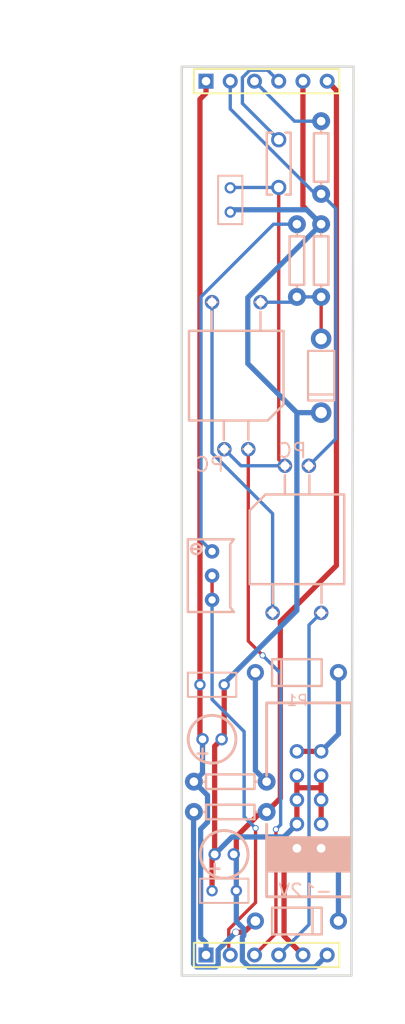
<source format=kicad_pcb>
(kicad_pcb (version 20171130) (host pcbnew "(5.1.5)-3") (page "A4") (layers (0 "F.Cu" signal) (31 "B.Cu" signal) (32 "B.Adhes" user) (33 "F.Adhes" user) (34 "B.Paste" user) (35 "F.Paste" user) (36 "B.SilkS" user) (37 "F.SilkS" user) (38 "B.Mask" user) (39 "F.Mask" user) (40 "Dwgs.User" user) (41 "Cmts.User" user) (42 "Eco1.User" user) (43 "Eco2.User" user) (44 "Edge.Cuts" user) (45 "Margin" user) (46 "B.CrtYd" user) (47 "F.CrtYd" user) (48 "B.Fab" user hide) (49 "F.Fab" user hide)) (net 0 "") (net 1 "+12V") (net 2 "-12V") (net 3 "AUDIOIN1") (net 4 "CVIN6") (net 5 "CVIN7") (net 6 "D2_1") (net 7 "D3_2") (net 8 "GND") (net 9 "P1_1") (net 10 "P1_5") (net 11 "R1_2") (net 12 "U1_2") (net 13 "U2_2") (net 14 "U2_4") (net 15 "VCA3") (net 16 "VCAOUT") (net 17 "VCF1") (segment (start 18.398 134.027) (end 21.215 131.211) (width 0.35) (layer "B.Cu") (net 16)) (segment (start 21.215 131.211) (end 21.215 107.067) (width 0.35) (layer "B.Cu") (net 16)) (segment (start 21.215 107.067) (end 19.685 105.537) (width 0.35) (layer "B.Cu") (net 16)) (segment (start 19.685 105.537) (end 19.067 105.537) (width 0.35) (layer "B.Cu") (net 16)) (segment (start 19.067 105.537) (end 10.16 96.63) (width 0.35) (layer "B.Cu") (net 16)) (segment (start 10.16 96.63) (end 10.16 93.726) (width 0.35) (layer "B.Cu") (net 16)) (segment (start 14.947 172.132) (end 15.442 171.637) (width 0.35) (layer "B.Cu") (net 3)) (segment (start 15.442 171.637) (end 15.442 155.787) (width 0.35) (layer "B.Cu") (net 3)) (segment (start 15.442 155.787) (end 13.556 153.9) (width 0.35) (layer "B.Cu") (net 3)) (segment (start 8.255 148.082) (end 8.255 158.52) (width 0.35) (layer "B.Cu") (net 4)) (segment (start 8.255 158.52) (end 11.615 161.88) (width 0.35) (layer "B.Cu") (net 4)) (segment (start 11.615 161.88) (end 11.615 170.806) (width 0.35) (layer "B.Cu") (net 4)) (segment (start 11.615 170.806) (end 12.813 172.004) (width 0.35) (layer "B.Cu") (net 4)) (segment (start 15.24 104.862) (end 10.2 104.862) (width 0.35) (layer "B.Cu") (net 14)) (segment (start 10.2 104.862) (end 10.16 104.902) (width 0.35) (layer "B.Cu") (net 14)) (segment (start 15.889 134.027) (end 11.277 134.027) (width 0.35) (layer "B.Cu") (net 14)) (segment (start 11.277 134.027) (end 9.542 132.292) (width 0.35) (layer "B.Cu") (net 14)) (segment (start 17.144 128.461) (end 17.144 149.194) (width 0.55) (layer "B.Cu") (net 8)) (segment (start 17.144 149.194) (end 9.525 156.813) (width 0.55) (layer "B.Cu") (net 8)) (segment (start 9.525 156.813) (end 9.525 156.972) (width 0.55) (layer "B.Cu") (net 8)) (segment (start 8.525 174.752) (end 10.354 172.923) (width 0.55) (layer "B.Cu") (net 8)) (segment (start 10.354 172.923) (end 15.799 172.923) (width 0.55) (layer "B.Cu") (net 8)) (segment (start 15.799 172.923) (end 17.145 171.577) (width 0.55) (layer "B.Cu") (net 8)) (segment (start 19.685 108.712) (end 11.999 116.398) (width 0.55) (layer "B.Cu") (net 8)) (segment (start 11.999 116.398) (end 11.999 123.316) (width 0.55) (layer "B.Cu") (net 8)) (segment (start 11.999 123.316) (end 17.144 128.461) (width 0.55) (layer "B.Cu") (net 8)) (segment (start 19.685 128.461) (end 17.144 128.461) (width 0.55) (layer "B.Cu") (net 8)) (segment (start 19.685 108.712) (end 18.173 107.2) (width 0.55) (layer "B.Cu") (net 8)) (segment (start 18.173 107.2) (end 10.402 107.2) (width 0.55) (layer "B.Cu") (net 8)) (segment (start 10.402 107.2) (end 10.16 107.442) (width 0.55) (layer "B.Cu") (net 8)) (segment (start 7.255 162.687) (end 7.255 166.227) (width 0.55) (layer "B.Cu") (net 1)) (segment (start 7.255 166.227) (end 6.35 167.132) (width 0.55) (layer "B.Cu") (net 1)) (segment (start 6.35 167.132) (end 7.78 168.562) (width 0.55) (layer "B.Cu") (net 1)) (segment (start 7.78 168.562) (end 7.78 171.38) (width 0.55) (layer "B.Cu") (net 1)) (segment (start 7.78 171.38) (end 7.057 172.103) (width 0.55) (layer "B.Cu") (net 1)) (segment (start 7.057 172.103) (end 7.057 183.478) (width 0.55) (layer "B.Cu") (net 1)) (segment (start 7.057 183.478) (end 7.62 184.04) (width 0.55) (layer "B.Cu") (net 1)) (segment (start 7.62 185.293) (end 7.62 184.04) (width 0.55) (layer "B.Cu") (net 1)) (segment (start 20.32 185.293) (end 19.067 186.546) (width 0.55) (layer "B.Cu") (net 2)) (segment (start 19.067 186.546) (end 12.108 186.546) (width 0.55) (layer "B.Cu") (net 2)) (segment (start 12.108 186.546) (end 11.429 185.867) (width 0.55) (layer "B.Cu") (net 2)) (segment (start 11.429 185.867) (end 11.429 183.418) (width 0.55) (layer "B.Cu") (net 2)) (segment (start 11.429 183.418) (end 11.582 183.265) (width 0.55) (layer "B.Cu") (net 2)) (segment (start 11.582 183.265) (end 11.582 182.568) (width 0.55) (layer "B.Cu") (net 2)) (segment (start 11.582 182.568) (end 10.795 181.781) (width 0.55) (layer "B.Cu") (net 2)) (segment (start 10.795 181.781) (end 10.795 178.562) (width 0.55) (layer "B.Cu") (net 2)) (segment (start 10.525 174.752) (end 10.795 175.022) (width 0.55) (layer "B.Cu") (net 2)) (segment (start 10.795 175.022) (end 10.795 178.562) (width 0.55) (layer "B.Cu") (net 2)) (segment (start 19.685 116.332) (end 17.145 116.332) (width 0.35) (layer "B.Cu") (net 12)) (segment (start 13.34 116.887) (end 16.59 116.887) (width 0.35) (layer "B.Cu") (net 12)) (segment (start 16.59 116.887) (end 17.145 116.332) (width 0.35) (layer "B.Cu") (net 12)) (segment (start 19.685 163.957) (end 21.495 162.147) (width 0.55) (layer "B.Cu") (net 9)) (segment (start 21.495 162.147) (end 21.495 155.702) (width 0.55) (layer "B.Cu") (net 9)) (segment (start 19.685 174.117) (end 21.495 175.927) (width 0.55) (layer "B.Cu") (net 10)) (segment (start 21.495 175.927) (end 21.495 181.737) (width 0.55) (layer "B.Cu") (net 10)) (segment (start 6.35 170.307) (end 6.317 170.34) (width 0.55) (layer "B.Cu") (net 7)) (segment (start 6.317 170.34) (end 6.317 186.223) (width 0.55) (layer "B.Cu") (net 7)) (segment (start 6.317 186.223) (end 6.64 186.546) (width 0.55) (layer "B.Cu") (net 7)) (segment (start 6.64 186.546) (end 8.645 186.546) (width 0.55) (layer "B.Cu") (net 7)) (segment (start 8.645 186.546) (end 8.892 186.298) (width 0.55) (layer "B.Cu") (net 7)) (segment (start 8.892 186.298) (end 8.892 184.766) (width 0.55) (layer "B.Cu") (net 7)) (segment (start 8.892 184.766) (end 10.742 182.917) (width 0.55) (layer "B.Cu") (net 7)) (segment (start 19.685 97.917) (end 16.891 97.917) (width 0.35) (layer "B.Cu") (net 15)) (segment (start 16.891 97.917) (end 12.7 93.726) (width 0.35) (layer "B.Cu") (net 15)) (segment (start 19.69 149.437) (end 18.415 150.711) (width 0.35) (layer "B.Cu") (net 5)) (segment (start 18.415 150.711) (end 18.415 182.118) (width 0.35) (layer "B.Cu") (net 5)) (segment (start 18.415 182.118) (end 15.24 185.293) (width 0.35) (layer "B.Cu") (net 5)) (segment (start 14.6 149.432) (end 14.6 139.047) (width 0.35) (layer "B.Cu") (net 13)) (segment (start 14.6 139.047) (end 8.25 132.697) (width 0.35) (layer "B.Cu") (net 13)) (segment (start 8.25 132.697) (end 8.25 116.882) (width 0.35) (layer "B.Cu") (net 13)) (segment (start 15.24 93.726) (end 14.088 92.574) (width 0.35) (layer "B.Cu") (net 17)) (segment (start 14.088 92.574) (end 12.205 92.574) (width 0.35) (layer "B.Cu") (net 17)) (segment (start 12.205 92.574) (end 11.43 93.349) (width 0.35) (layer "B.Cu") (net 17)) (segment (start 11.43 93.349) (end 11.43 96.052) (width 0.35) (layer "B.Cu") (net 17)) (segment (start 11.43 96.052) (end 15.24 99.862) (width 0.35) (layer "B.Cu") (net 17)) (segment (start 8.255 143.002) (end 7.087 141.834) (width 0.35) (layer "B.Cu") (net 11)) (segment (start 7.087 141.834) (end 7.087 116.325) (width 0.35) (layer "B.Cu") (net 11)) (segment (start 7.087 116.325) (end 14.699 108.712) (width 0.35) (layer "B.Cu") (net 11)) (segment (start 14.699 108.712) (end 17.145 108.712) (width 0.35) (layer "B.Cu") (net 11)) (segment (start 13.97 167.132) (end 12.795 165.957) (width 0.55) (layer "B.Cu") (net 6)) (segment (start 12.795 165.957) (end 12.795 155.702) (width 0.55) (layer "B.Cu") (net 6)) (gr_line (start 5.08 92.202) (end 23.08 92.202) (width 0.254) (layer "Edge.Cuts")) (gr_line (start 23.08 92.202) (end 22.86 187.452) (width 0.254) (layer "Edge.Cuts")) (gr_line (start 22.86 187.452) (end 5.08 187.452) (width 0.254) (layer "Edge.Cuts")) (gr_line (start 5.08 187.452) (end 5.08 92.202) (width 0.254) (layer "Edge.Cuts")) (segment (start 13.556 153.9) (end 12.051 152.395) (width 0.35) (layer "F.Cu") (net 3)) (segment (start 12.051 152.395) (end 12.051 132.292) (width 0.35) (layer "F.Cu") (net 3)) (segment (start 12.7 185.293) (end 14.947 183.046) (width 0.35) (layer "F.Cu") (net 3)) (segment (start 14.947 183.046) (end 14.947 172.132) (width 0.35) (layer "F.Cu") (net 3)) (segment (start 12.813 172.004) (end 12.813 179.8) (width 0.35) (layer "F.Cu") (net 4)) (segment (start 12.813 179.8) (end 10.002 182.61) (width 0.35) (layer "F.Cu") (net 4)) (segment (start 10.002 182.61) (end 10.002 185.135) (width 0.35) (layer "F.Cu") (net 4)) (segment (start 10.002 185.135) (end 10.16 185.293) (width 0.35) (layer "F.Cu") (net 4)) (segment (start 8.255 148.082) (end 8.255 145.542) (width 0.35) (layer "F.Cu") (net 4)) (segment (start 15.24 104.862) (end 15.24 133.378) (width 0.35) (layer "F.Cu") (net 14)) (segment (start 15.24 133.378) (end 15.889 134.027) (width 0.35) (layer "F.Cu") (net 14)) (segment (start 8.525 174.752) (end 8.525 163.417) (width 0.55) (layer "F.Cu") (net 8)) (segment (start 8.525 163.417) (end 9.255 162.687) (width 0.55) (layer "F.Cu") (net 8)) (segment (start 8.255 178.562) (end 8.255 175.022) (width 0.55) (layer "F.Cu") (net 8)) (segment (start 8.255 175.022) (end 8.525 174.752) (width 0.55) (layer "F.Cu") (net 8)) (segment (start 17.78 93.726) (end 17.78 106.807) (width 0.55) (layer "F.Cu") (net 8)) (segment (start 17.78 106.807) (end 19.685 108.712) (width 0.55) (layer "F.Cu") (net 8)) (segment (start 9.255 162.687) (end 9.525 162.417) (width 0.55) (layer "F.Cu") (net 8)) (segment (start 9.525 162.417) (end 9.525 156.972) (width 0.55) (layer "F.Cu") (net 8)) (segment (start 17.145 171.577) (end 15.799 172.923) (width 0.55) (layer "F.Cu") (net 8)) (segment (start 15.799 172.923) (end 15.799 183.312) (width 0.55) (layer "F.Cu") (net 8)) (segment (start 15.799 183.312) (end 17.78 185.293) (width 0.55) (layer "F.Cu") (net 8)) (segment (start 17.145 169.037) (end 17.145 171.577) (width 0.55) (layer "F.Cu") (net 8)) (segment (start 17.145 167.767) (end 17.145 166.497) (width 0.55) (layer "F.Cu") (net 8)) (segment (start 17.145 169.037) (end 17.145 167.767) (width 0.55) (layer "F.Cu") (net 8)) (segment (start 19.685 167.767) (end 19.685 166.497) (width 0.55) (layer "F.Cu") (net 8)) (segment (start 19.685 169.037) (end 19.685 167.767) (width 0.55) (layer "F.Cu") (net 8)) (segment (start 19.685 167.767) (end 17.145 167.767) (width 0.55) (layer "F.Cu") (net 8)) (segment (start 19.685 171.577) (end 19.685 169.037) (width 0.55) (layer "F.Cu") (net 8)) (segment (start 7.62 93.726) (end 7.62 94.979) (width 0.55) (layer "F.Cu") (net 1)) (segment (start 7.62 94.979) (end 6.985 95.614) (width 0.55) (layer "F.Cu") (net 1)) (segment (start 6.985 95.614) (end 6.985 156.972) (width 0.55) (layer "F.Cu") (net 1)) (segment (start 7.255 162.687) (end 6.985 162.417) (width 0.55) (layer "F.Cu") (net 1)) (segment (start 6.985 162.417) (end 6.985 156.972) (width 0.55) (layer "F.Cu") (net 1)) (segment (start 13.97 170.307) (end 13.392 170.307) (width 0.55) (layer "F.Cu") (net 2)) (segment (start 13.392 170.307) (end 10.795 172.904) (width 0.55) (layer "F.Cu") (net 2)) (segment (start 10.795 172.904) (end 10.795 178.562) (width 0.55) (layer "F.Cu") (net 2)) (segment (start 20.32 93.726) (end 21.286 94.692) (width 0.55) (layer "F.Cu") (net 2)) (segment (start 21.286 94.692) (end 21.286 144.482) (width 0.55) (layer "F.Cu") (net 2)) (segment (start 21.286 144.482) (end 15.408 150.36) (width 0.55) (layer "F.Cu") (net 2)) (segment (start 15.408 150.36) (end 15.408 168.869) (width 0.55) (layer "F.Cu") (net 2)) (segment (start 15.408 168.869) (end 13.97 170.307) (width 0.55) (layer "F.Cu") (net 2)) (segment (start 19.685 116.332) (end 19.685 120.714) (width 0.35) (layer "F.Cu") (net 12)) (segment (start 17.145 163.957) (end 19.685 163.957) (width 0.55) (layer "F.Cu") (net 9)) (segment (start 17.145 174.117) (end 19.685 174.117) (width 0.55) (layer "F.Cu") (net 10)) (segment (start 10.742 182.917) (end 11.615 182.917) (width 0.55) (layer "F.Cu") (net 7)) (segment (start 11.615 182.917) (end 12.795 181.737) (width 0.55) (layer "F.Cu") (net 7)) (module "easyeda:HDR-F-2.54_1X6" (layer "F.Cu") (at 12.7 93.726) (fp_text value "TOP" (at -0.635 3.556 0) (layer "F.Fab") (effects (font (size 1.143 1.143) (thickness 0.152)) (justify left))) (fp_text reference "H1" (at 1.016 -1.524 0) (layer "F.SilkS") hide (effects (font (size 1.143 1.143) (thickness 0.152)) (justify left))) (fp_line (start -4.445 -1.27) (end -6.35 -1.27) (width 0.203) (layer "F.SilkS")) (fp_line (start -6.35 -1.27) (end -6.35 1.27) (width 0.203) (layer "F.SilkS")) (fp_line (start -6.35 1.27) (end 8.89 1.27) (width 0.203) (layer "F.SilkS")) (fp_line (start 8.89 1.27) (end 8.89 -1.27) (width 0.203) (layer "F.SilkS")) (fp_line (start 8.89 -1.27) (end -4.445 -1.27) (width 0.203) (layer "F.SilkS")) (pad 6 thru_hole circle (at 7.62 0 0) (size 1.575 1.575) (layers "*.Cu" "*.Paste" "*.Mask") (drill 0.889) (net 2 "-12V")) (pad 5 thru_hole circle (at 5.08 0 0) (size 1.575 1.575) (layers "*.Cu" "*.Paste" "*.Mask") (drill 0.889) (net 8 "GND")) (pad 4 thru_hole circle (at 2.54 0 0) (size 1.575 1.575) (layers "*.Cu" "*.Paste" "*.Mask") (drill 0.889) (net 17 "VCF1")) (pad 3 thru_hole circle (at 0 0 0) (size 1.575 1.575) (layers "*.Cu" "*.Paste" "*.Mask") (drill 0.889) (net 15 "VCA3")) (pad 2 thru_hole circle (at -2.54 0 0) (size 1.575 1.575) (layers "*.Cu" "*.Paste" "*.Mask") (drill 0.889) (net 16 "VCAOUT")) (pad 1 thru_hole rect (at -5.08 0 0) (size 1.575 1.575) (layers "*.Cu" "*.Paste" "*.Mask") (drill 0.889) (net 1 "+12V")) (fp_text user ggecd41b2f2be106d36 (at 0 0) (layer "Cmts.User") (effects (font (size 1 1) (thickness 0.15))))) (module "easyeda:HDR-F-2.54_1X6" (layer "F.Cu") (at 12.7 185.293) (fp_text value "BOT" (at -6.35 -1.651 0) (layer "F.Fab") (effects (font (size 1.143 1.143) (thickness 0.152)) (justify left))) (fp_text reference "H2" (at 1.016 -1.524 0) (layer "F.SilkS") hide (effects (font (size 1.143 1.143) (thickness 0.152)) (justify left))) (fp_line (start -4.445 -1.27) (end -6.35 -1.27) (width 0.203) (layer "F.SilkS")) (fp_line (start -6.35 -1.27) (end -6.35 1.27) (width 0.203) (layer "F.SilkS")) (fp_line (start -6.35 1.27) (end 8.89 1.27) (width 0.203) (layer "F.SilkS")) (fp_line (start 8.89 1.27) (end 8.89 -1.27) (width 0.203) (layer "F.SilkS")) (fp_line (start 8.89 -1.27) (end -4.445 -1.27) (width 0.203) (layer "F.SilkS")) (pad 6 thru_hole circle (at 7.62 0 0) (size 1.575 1.575) (layers "*.Cu" "*.Paste" "*.Mask") (drill 0.889) (net 2 "-12V")) (pad 5 thru_hole circle (at 5.08 0 0) (size 1.575 1.575) (layers "*.Cu" "*.Paste" "*.Mask") (drill 0.889) (net 8 "GND")) (pad 4 thru_hole circle (at 2.54 0 0) (size 1.575 1.575) (layers "*.Cu" "*.Paste" "*.Mask") (drill 0.889) (net 5 "CVIN7")) (pad 3 thru_hole circle (at 0 0 0) (size 1.575 1.575) (layers "*.Cu" "*.Paste" "*.Mask") (drill 0.889) (net 3 "AUDIOIN1")) (pad 2 thru_hole circle (at -2.54 0 0) (size 1.575 1.575) (layers "*.Cu" "*.Paste" "*.Mask") (drill 0.889) (net 4 "CVIN6")) (pad 1 thru_hole rect (at -5.08 0 0) (size 1.575 1.575) (layers "*.Cu" "*.Paste" "*.Mask") (drill 0.889) (net 1 "+12V")) (fp_text user gged88125c42bf6238d (at 0 0) (layer "Cmts.User") (effects (font (size 1 1) (thickness 0.15))))) (zone (net 8) (net_name "GND") (layer "F.Cu") (hatch edge 0.508) (connect_pads (clearance 0.254)) (polygon (pts (xy -4.445 85.217) (xy 17.145 85.217) (xy 19.05 87.122) (xy 26.035 87.122) (xy 27.94 89.027) (xy 27.94 189.357) (xy 24.765 192.532) (xy -7.62 192.532) (xy -13.97 186.182)))) (module "easyeda:RAD-0.1" (layer "F.Cu") (at 10.16 106.172 90) (fp_text value "220pf" (at -1.905 1.905 -90) (layer "B.Fab") (effects (font (size 0.9 0.9) (thickness 0.152)) (justify left mirror))) (fp_text reference "C1" (at 0.229 -1.854 90) (layer "B.SilkS") hide (effects (font (size 1.143 1.143) (thickness 0.152)) (justify left mirror))) (fp_line (start -2.537 -1.267) (end 2.543 -1.267) (width 0.201) (layer "B.SilkS")) (fp_line (start 2.543 -1.267) (end 2.543 1.273) (width 0.201) (layer "B.SilkS")) (fp_line (start 2.543 1.273) (end -2.537 1.273) (width 0.201) (layer "B.SilkS")) (fp_line (start -2.537 1.273) (end -2.537 -1.267) (width 0.201) (layer "B.SilkS")) (pad 1 thru_hole circle (at 1.27 0 90) (size 1.194 1.194) (layers "*.Cu" "*.Paste" "*.Mask") (drill 0.711) (net 14 "U2_4")) (pad 2 thru_hole circle (at -1.27 0 90) (size 1.194 1.194) (layers "*.Cu" "*.Paste" "*.Mask") (drill 0.711) (net 8 "GND")) (fp_text user gge0473325eaa024598 (at 0 0) (layer "Cmts.User") (effects (font (size 1 1) (thickness 0.15))))) (module "easyeda:RAD-0.1" (layer "F.Cu") (at 8.255 156.972 0) (fp_text value "0.1uf" (at -1.27 1.27 180) (layer "B.Fab") (effects (font (size 0.9 0.9) (thickness 0.152)) (justify left mirror))) (fp_text reference "C4" (at 0.229 -1.854 0) (layer "B.SilkS") hide (effects (font (size 1.143 1.143) (thickness 0.152)) (justify left mirror))) (fp_line (start -2.537 -1.267) (end 2.543 -1.267) (width 0.201) (layer "B.SilkS")) (fp_line (start 2.543 -1.267) (end 2.543 1.273) (width 0.201) (layer "B.SilkS")) (fp_line (start 2.543 1.273) (end -2.537 1.273) (width 0.201) (layer "B.SilkS")) (fp_line (start -2.537 1.273) (end -2.537 -1.267) (width 0.201) (layer "B.SilkS")) (pad 1 thru_hole circle (at 1.27 0 0) (size 1.194 1.194) (layers "*.Cu" "*.Paste" "*.Mask") (drill 0.711) (net 8 "GND")) (pad 2 thru_hole circle (at -1.27 0 0) (size 1.194 1.194) (layers "*.Cu" "*.Paste" "*.Mask") (drill 0.711) (net 1 "+12V")) (fp_text user ggec555e2c5e1a016c3 (at 0 0) (layer "Cmts.User") (effects (font (size 1 1) (thickness 0.15))))) (module "easyeda:RAD-0.1" (layer "F.Cu") (at 9.525 178.562 0) (fp_text value "0.1uf" (at -1.443 -2.822 180) (layer "B.Fab") (effects (font (size 0.9 0.9) (thickness 0.152)) (justify left mirror))) (fp_text reference "C6" (at 0.229 -1.854 0) (layer "B.SilkS") hide (effects (font (size 1.143 1.143) (thickness 0.152)) (justify left mirror))) (fp_line (start -2.537 -1.267) (end 2.543 -1.267) (width 0.201) (layer "B.SilkS")) (fp_line (start 2.543 -1.267) (end 2.543 1.273) (width 0.201) (layer "B.SilkS")) (fp_line (start 2.543 1.273) (end -2.537 1.273) (width 0.201) (layer "B.SilkS")) (fp_line (start -2.537 1.273) (end -2.537 -1.267) (width 0.201) (layer "B.SilkS")) (pad 1 thru_hole circle (at 1.27 0 0) (size 1.194 1.194) (layers "*.Cu" "*.Paste" "*.Mask") (drill 0.711) (net 2 "-12V")) (pad 2 thru_hole circle (at -1.27 0 0) (size 1.194 1.194) (layers "*.Cu" "*.Paste" "*.Mask") (drill 0.711) (net 8 "GND")) (fp_text user gged67a582f847c1646 (at 0 0) (layer "Cmts.User") (effects (font (size 1 1) (thickness 0.15))))) (module "easyeda:CAP-TH_L6.5-W2.5-P5.00-D1.0" (layer "F.Cu") (at 15.24 102.362 -90) (fp_text value "4.7nF" (at 1.905 -1.27 -90) (layer "B.Fab") (effects (font (size 0.9 0.9) (thickness 0.152)) (justify left mirror))) (fp_text reference "C8" (at 0.055 -1.778 -90) (layer "B.SilkS") hide (effects (font (size 1.143 1.143) (thickness 0.152)) (justify left mirror))) (fp_line (start -3.25 1.25) (end 3.25 1.25) (width 0.254) (layer "B.SilkS")) (fp_line (start 3.25 -1.25) (end -3.25 -1.25) (width 0.254) (layer "B.SilkS")) (fp_line (start 3.25 -1.25) (end 3.25 -0.706) (width 0.254) (layer "B.SilkS")) (fp_line (start 3.25 0.706) (end 3.25 1.25) (width 0.254) (layer "B.SilkS")) (fp_line (start -3.25 -1.25) (end -3.25 -0.707) (width 0.254) (layer "B.SilkS")) (fp_line (start -3.25 0.707) (end -3.25 1.25) (width 0.254) (layer "B.SilkS")) (pad 2 thru_hole circle (at -2.5 0 -90) (size 1.6 1.6) (layers "*.Cu" "*.Paste" "*.Mask") (drill 1) (net 17 "VCF1")) (pad 1 thru_hole circle (at 2.5 0 -90) (size 1.6 1.6) (layers "*.Cu" "*.Paste" "*.Mask") (drill 1) (net 14 "U2_4")) (fp_text user gge102ff1000ff773d2 (at 0 0) (layer "Cmts.User") (effects (font (size 1 1) (thickness 0.15))))) (module "easyeda:DO-41" (layer "F.Cu") (at 19.685 124.587 90) (fp_text value "1N4730A" (at -2.54 1.905 -90) (layer "B.Fab") (effects (font (size 0.9 0.9) (thickness 0.152)) (justify left mirror))) (fp_text reference "D1" (at 0.063 -1.778 90) (layer "B.SilkS") hide (effects (font (size 1.143 1.143) (thickness 0.152)) (justify left mirror))) (fp_line (start 2.603 -1.372) (end -2.603 -1.372) (width 0.229) (layer "B.SilkS")) (fp_line (start -2.603 -1.372) (end -2.603 1.372) (width 0.229) (layer "B.SilkS")) (fp_line (start -2.603 1.372) (end 2.603 1.372) (width 0.229) (layer "B.SilkS")) (fp_line (start 2.603 1.372) (end 2.603 -1.372) (width 0.229) (layer "B.SilkS")) (fp_line (start -1.968 -1.372) (end -1.968 1.372) (width 0.229) (layer "B.SilkS")) (pad 1 thru_hole circle (at 3.873 0 90) (size 2.159 2.159) (layers "*.Cu" "*.Paste" "*.Mask") (drill 1.2) (net 12 "U1_2")) (pad 2 thru_hole circle (at -3.874 0 90) (size 2.159 2.159) (layers "*.Cu" "*.Paste" "*.Mask") (drill 1.2) (net 8 "GND")) (fp_text user gge809aa9c2e1a6126f (at 0 0) (layer "Cmts.User") (effects (font (size 1 1) (thickness 0.15))))) (module "easyeda:DO-41_BD2.4-L4.7-P8.70-D0.9-RD" (layer "F.Cu") (at 17.145 155.702 180) (fp_text value "1N5819" (at 1.468 0.323 180) (layer "B.Fab") (effects (font (size 0.9 0.9) (thickness 0.152)) (justify left mirror))) (fp_text reference "D2" (at 0.063 -2.794 180) (layer "B.SilkS") hide (effects (font (size 1.143 1.143) (thickness 0.152)) (justify left mirror))) (fp_poly (pts (xy -3.415 -1.759) (xy -5.193 -1.759) (xy -5.193 -1.251) (xy -3.415 -1.251)) (layer "Cmts.User") (width 0)) (fp_poly (pts (xy -4.045 -0.593) (xy -4.045 -2.371) (xy -4.553 -2.371) (xy -4.553 -0.593)) (layer "Cmts.User") (width 0)) (fp_poly (pts (xy 5.102 -1.451) (xy 3.324 -1.451) (xy 3.324 -0.943) (xy 5.102 -0.943)) (layer "Cmts.User") (width 0)) (fp_line (start 2.6 -1.4) (end -2.6 -1.4) (width 0.254) (layer "B.SilkS")) (fp_line (start -2.6 -1.4) (end -2.6 1.4) (width 0.254) (layer "B.SilkS")) (fp_line (start 2.6 1.4) (end -2.6 1.4) (width 0.254) (layer "B.SilkS")) (fp_line (start 2.6 -1.4) (end 2.6 1.4) (width 0.254) (layer "B.SilkS")) (fp_line (start 1.641 -1.4) (end 1.641 1.4) (width 0.254) (layer "B.SilkS")) (pad 1 thru_hole circle (at 4.35 0 180) (size 1.8 1.8) (layers "*.Cu" "*.Paste" "*.Mask") (drill 1) (net 6 "D2_1")) (pad 2 thru_hole circle (at -4.35 0 180) (size 1.8 1.8) (layers "*.Cu" "*.Paste" "*.Mask") (drill 1) (net 9 "P1_1")) (fp_text user gge6ce2e1925839ddc9 (at 0 0) (layer "Cmts.User") (effects (font (size 1 1) (thickness 0.15))))) (module "easyeda:DO-41_BD2.4-L4.7-P8.70-D0.9-RD" (layer "F.Cu") (at 17.145 181.737 0) (fp_text value "1N5819" (at -2.391 -0.46 180) (layer "B.Fab") (effects (font (size 0.9 0.9) (thickness 0.152)) (justify left mirror))) (fp_text reference "D3" (at 0.064 -2.794 0) (layer "B.SilkS") hide (effects (font (size 1.143 1.143) (thickness 0.152)) (justify left mirror))) (fp_poly (pts (xy -3.415 -1.759) (xy -5.193 -1.759) (xy -5.193 -1.251) (xy -3.415 -1.251)) (layer "Cmts.User") (width 0)) (fp_poly (pts (xy -4.045 -0.593) (xy -4.045 -2.371) (xy -4.553 -2.371) (xy -4.553 -0.593)) (layer "Cmts.User") (width 0)) (fp_poly (pts (xy 5.102 -1.451) (xy 3.324 -1.451) (xy 3.324 -0.943) (xy 5.102 -0.943)) (layer "Cmts.User") (width 0)) (fp_line (start 2.6 -1.4) (end -2.6 -1.4) (width 0.254) (layer "B.SilkS")) (fp_line (start -2.6 -1.4) (end -2.6 1.4) (width 0.254) (layer "B.SilkS")) (fp_line (start 2.6 1.4) (end -2.6 1.4) (width 0.254) (layer "B.SilkS")) (fp_line (start 2.6 -1.4) (end 2.6 1.4) (width 0.254) (layer "B.SilkS")) (fp_line (start 1.641 -1.4) (end 1.641 1.4) (width 0.254) (layer "B.SilkS")) (pad 1 thru_hole circle (at 4.35 0 0) (size 1.8 1.8) (layers "*.Cu" "*.Paste" "*.Mask") (drill 1) (net 10 "P1_5")) (pad 2 thru_hole circle (at -4.35 0 0) (size 1.8 1.8) (layers "*.Cu" "*.Paste" "*.Mask") (drill 1) (net 7 "D3_2")) (fp_text user gge06abbdf77baf9c4e (at 0 0) (layer "Cmts.User") (effects (font (size 1 1) (thickness 0.15))))) (module "easyeda:AXIAL-0.3EZ" (layer "F.Cu") (at 17.145 112.522 -90) (fp_text value "33k" (at 1.044 0.371 -90) (layer "B.Fab") (effects (font (size 0.9 0.9) (thickness 0.152)) (justify left mirror))) (fp_text reference "R1" (at 0 -1.524 -90) (layer "B.SilkS") hide (effects (font (size 1.143 1.143) (thickness 0.152)) (justify left mirror))) (fp_line (start 2.54 -0.762) (end -2.54 -0.762) (width 0.254) (layer "B.SilkS")) (fp_line (start -2.54 -0.762) (end -2.54 0) (width 0.254) (layer "B.SilkS")) (fp_line (start -2.54 0) (end -2.54 0.762) (width 0.254) (layer "B.SilkS")) (fp_line (start -2.54 0.762) (end 2.54 0.762) (width 0.254) (layer "B.SilkS")) (fp_line (start 2.54 0.762) (end 2.54 0) (width 0.254) (layer "B.SilkS")) (fp_line (start 2.54 0) (end 2.54 -0.762) (width 0.254) (layer "B.SilkS")) (fp_line (start -2.54 0) (end -2.794 0) (width 0.254) (layer "B.SilkS")) (fp_line (start 2.54 0) (end 2.794 0) (width 0.254) (layer "B.SilkS")) (pad 1 thru_hole circle (at 3.81 0 -90) (size 1.88 1.88) (layers "*.Cu" "*.Paste" "*.Mask") (drill 0.899) (net 12 "U1_2")) (pad 2 thru_hole circle (at -3.81 0 -90) (size 1.88 1.88) (layers "*.Cu" "*.Paste" "*.Mask") (drill 0.899) (net 11 "R1_2")) (fp_text user ggefe633e5b81dd509f (at 0 0) (layer "Cmts.User") (effects (font (size 1 1) (thickness 0.15))))) (module "easyeda:AXIAL-0.3EZ" (layer "F.Cu") (at 19.685 112.522 90) (fp_text value "100k" (at -1.567 -0.587 -90) (layer "B.Fab") (effects (font (size 0.9 0.9) (thickness 0.152)) (justify left mirror))) (fp_text reference "R2" (at 0 -1.524 90) (layer "B.SilkS") hide (effects (font (size 1.143 1.143) (thickness 0.152)) (justify left mirror))) (fp_line (start 2.54 -0.762) (end -2.54 -0.762) (width 0.254) (layer "B.SilkS")) (fp_line (start -2.54 -0.762) (end -2.54 0) (width 0.254) (layer "B.SilkS")) (fp_line (start -2.54 0) (end -2.54 0.762) (width 0.254) (layer "B.SilkS")) (fp_line (start -2.54 0.762) (end 2.54 0.762) (width 0.254) (layer "B.SilkS")) (fp_line (start 2.54 0.762) (end 2.54 0) (width 0.254) (layer "B.SilkS")) (fp_line (start 2.54 0) (end 2.54 -0.762) (width 0.254) (layer "B.SilkS")) (fp_line (start -2.54 0) (end -2.794 0) (width 0.254) (layer "B.SilkS")) (fp_line (start 2.54 0) (end 2.794 0) (width 0.254) (layer "B.SilkS")) (pad 1 thru_hole circle (at 3.81 0 90) (size 1.88 1.88) (layers "*.Cu" "*.Paste" "*.Mask") (drill 0.899) (net 8 "GND")) (pad 2 thru_hole circle (at -3.81 0 90) (size 1.88 1.88) (layers "*.Cu" "*.Paste" "*.Mask") (drill 0.899) (net 12 "U1_2")) (fp_text user gge0916dde4bf79eb19 (at 0 0) (layer "Cmts.User") (effects (font (size 1 1) (thickness 0.15))))) (module "easyeda:AXIAL-0.3EZ" (layer "F.Cu") (at 19.685 101.727 -90) (fp_text value "10k" (at 1.044 0.371 -90) (layer "B.Fab") (effects (font (size 0.9 0.9) (thickness 0.152)) (justify left mirror))) (fp_text reference "R3" (at 0 -1.524 -90) (layer "B.SilkS") hide (effects (font (size 1.143 1.143) (thickness 0.152)) (justify left mirror))) (fp_line (start 2.54 -0.762) (end -2.54 -0.762) (width 0.254) (layer "B.SilkS")) (fp_line (start -2.54 -0.762) (end -2.54 0) (width 0.254) (layer "B.SilkS")) (fp_line (start -2.54 0) (end -2.54 0.762) (width 0.254) (layer "B.SilkS")) (fp_line (start -2.54 0.762) (end 2.54 0.762) (width 0.254) (layer "B.SilkS")) (fp_line (start 2.54 0.762) (end 2.54 0) (width 0.254) (layer "B.SilkS")) (fp_line (start 2.54 0) (end 2.54 -0.762) (width 0.254) (layer "B.SilkS")) (fp_line (start -2.54 0) (end -2.794 0) (width 0.254) (layer "B.SilkS")) (fp_line (start 2.54 0) (end 2.794 0) (width 0.254) (layer "B.SilkS")) (pad 1 thru_hole circle (at 3.81 0 -90) (size 1.88 1.88) (layers "*.Cu" "*.Paste" "*.Mask") (drill 0.899) (net 16 "VCAOUT")) (pad 2 thru_hole circle (at -3.81 0 -90) (size 1.88 1.88) (layers "*.Cu" "*.Paste" "*.Mask") (drill 0.899) (net 15 "VCA3")) (fp_text user gge7ad14492f43c6367 (at 0 0) (layer "Cmts.User") (effects (font (size 1 1) (thickness 0.15))))) (module "easyeda:AXIAL-0.3EZ" (layer "F.Cu") (at 10.16 167.132 0) (fp_text value "10" (at -0.003 -0.587 180) (layer "B.Fab") (effects (font (size 0.9 0.9) (thickness 0.152)) (justify left mirror))) (fp_text reference "R4" (at 0 -1.524 0) (layer "B.SilkS") hide (effects (font (size 1.143 1.143) (thickness 0.152)) (justify left mirror))) (fp_line (start 2.54 -0.762) (end -2.54 -0.762) (width 0.254) (layer "B.SilkS")) (fp_line (start -2.54 -0.762) (end -2.54 0) (width 0.254) (layer "B.SilkS")) (fp_line (start -2.54 0) (end -2.54 0.762) (width 0.254) (layer "B.SilkS")) (fp_line (start -2.54 0.762) (end 2.54 0.762) (width 0.254) (layer "B.SilkS")) (fp_line (start 2.54 0.762) (end 2.54 0) (width 0.254) (layer "B.SilkS")) (fp_line (start 2.54 0) (end 2.54 -0.762) (width 0.254) (layer "B.SilkS")) (fp_line (start -2.54 0) (end -2.794 0) (width 0.254) (layer "B.SilkS")) (fp_line (start 2.54 0) (end 2.794 0) (width 0.254) (layer "B.SilkS")) (pad 1 thru_hole circle (at 3.81 0 0) (size 1.88 1.88) (layers "*.Cu" "*.Paste" "*.Mask") (drill 0.899) (net 6 "D2_1")) (pad 2 thru_hole circle (at -3.81 0 0) (size 1.88 1.88) (layers "*.Cu" "*.Paste" "*.Mask") (drill 0.899) (net 1 "+12V")) (fp_text user ggef010ad9862e3c9bd (at 0 0) (layer "Cmts.User") (effects (font (size 1 1) (thickness 0.15))))) (module "easyeda:AXIAL-0.3EZ" (layer "F.Cu") (at 10.16 170.307 180) (fp_text value "10" (at 1.044 0.371 180) (layer "B.Fab") (effects (font (size 0.9 0.9) (thickness 0.152)) (justify left mirror))) (fp_text reference "R5" (at 0 -1.524 180) (layer "B.SilkS") hide (effects (font (size 1.143 1.143) (thickness 0.152)) (justify left mirror))) (fp_line (start 2.54 -0.762) (end -2.54 -0.762) (width 0.254) (layer "B.SilkS")) (fp_line (start -2.54 -0.762) (end -2.54 0) (width 0.254) (layer "B.SilkS")) (fp_line (start -2.54 0) (end -2.54 0.762) (width 0.254) (layer "B.SilkS")) (fp_line (start -2.54 0.762) (end 2.54 0.762) (width 0.254) (layer "B.SilkS")) (fp_line (start 2.54 0.762) (end 2.54 0) (width 0.254) (layer "B.SilkS")) (fp_line (start 2.54 0) (end 2.54 -0.762) (width 0.254) (layer "B.SilkS")) (fp_line (start -2.54 0) (end -2.794 0) (width 0.254) (layer "B.SilkS")) (fp_line (start 2.54 0) (end 2.794 0) (width 0.254) (layer "B.SilkS")) (pad 1 thru_hole circle (at 3.81 0 180) (size 1.88 1.88) (layers "*.Cu" "*.Paste" "*.Mask") (drill 0.899) (net 7 "D3_2")) (pad 2 thru_hole circle (at -3.81 0 180) (size 1.88 1.88) (layers "*.Cu" "*.Paste" "*.Mask") (drill 0.899) (net 2 "-12V")) (fp_text user gge2b6fd26c88e2eb8a (at 0 0) (layer "Cmts.User") (effects (font (size 1 1) (thickness 0.15))))) (module "easyeda:CAP-TH_BD5.0-P2.00-D0.8-FD" (layer "F.Cu") (at 8.255 162.687 180) (fp_text value "47uF" (at -1.524 0.762 0) (layer "B.Fab") (effects (font (size 0.9 0.9) (thickness 0.152)) (justify left mirror))) (fp_text reference "C3" (at 0.222 -2.794 180) (layer "B.SilkS") hide (effects (font (size 1.143 1.143) (thickness 0.152)) (justify left mirror))) (fp_line (start 1.516 -1.5) (end 0.5 -1.5) (width 0.254) (layer "B.SilkS")) (fp_line (start 1 -2) (end 1 -0.984) (width 0.254) (layer "B.SilkS")) (fp_circle (center 0 0) (end 2.5 0) (layer "B.SilkS") (width 0.3)) (fp_poly (pts (xy 1.969 -1.206) (xy 1.08 -1.206) (xy 1.08 -1.079) (xy 1.969 -1.079)) (layer "Cmts.User") (width 0)) (fp_poly (pts (xy 1.588 -0.698) (xy 1.588 -1.587) (xy 1.461 -1.587) (xy 1.461 -0.698)) (layer "Cmts.User") (width 0)) (fp_poly (pts (xy -1.016 -1.143) (xy -1.905 -1.143) (xy -1.905 -1.016) (xy -1.016 -1.016)) (layer "Cmts.User") (width 0)) (pad 1 thru_hole circle (at 1 0 180) (size 1.3 1.3) (layers "*.Cu" "*.Paste" "*.Mask") (drill 0.8) (net 1 "+12V")) (pad 2 thru_hole circle (at -1 0 180) (size 1.3 1.3) (layers "*.Cu" "*.Paste" "*.Mask") (drill 0.8) (net 8 "GND")) (fp_text user gge212f14169a0d32c0 (at 0 0) (layer "Cmts.User") (effects (font (size 1 1) (thickness 0.15))))) (module "easyeda:CAP-TH_BD5.0-P2.00-D0.8-FD" (layer "F.Cu") (at 9.525 174.752 180) (fp_text value "47uF" (at -1.583 0.948 0) (layer "B.Fab") (effects (font (size 0.9 0.9) (thickness 0.152)) (justify left mirror))) (fp_text reference "C5" (at 0.222 -2.794 180) (layer "B.SilkS") hide (effects (font (size 1.143 1.143) (thickness 0.152)) (justify left mirror))) (fp_line (start 1.516 -1.5) (end 0.5 -1.5) (width 0.254) (layer "B.SilkS")) (fp_line (start 1 -2) (end 1 -0.984) (width 0.254) (layer "B.SilkS")) (fp_circle (center 0 0) (end 2.5 0) (layer "B.SilkS") (width 0.3)) (fp_poly (pts (xy 1.969 -1.207) (xy 1.08 -1.207) (xy 1.08 -1.079) (xy 1.969 -1.079)) (layer "Cmts.User") (width 0)) (fp_poly (pts (xy 1.588 -0.698) (xy 1.588 -1.588) (xy 1.461 -1.588) (xy 1.46 -0.698)) (layer "Cmts.User") (width 0)) (fp_poly (pts (xy -1.016 -1.143) (xy -1.905 -1.143) (xy -1.905 -1.016) (xy -1.016 -1.016)) (layer "Cmts.User") (width 0)) (pad 1 thru_hole circle (at 1 0 180) (size 1.3 1.3) (layers "*.Cu" "*.Paste" "*.Mask") (drill 0.8) (net 8 "GND")) (pad 2 thru_hole circle (at -1 0 180) (size 1.3 1.3) (layers "*.Cu" "*.Paste" "*.Mask") (drill 0.8) (net 2 "-12V")) (fp_text user gge527debad8a64020d (at 0 0) (layer "Cmts.User") (effects (font (size 1 1) (thickness 0.15))))) (module "easyeda:EURORACK SHROUDED POWER 10 PIN" (layer "F.Cu") (at 18.415 169.037) (fp_text value "POWER" (at 0 -12.192 0) (layer "B.Fab") hide (effects (font (size 1.143 1.143) (thickness 0.152)) (justify left mirror))) (fp_text reference "P1" (at 0 -10.414 0) (layer "B.SilkS") (effects (font (size 1.143 1.143) (thickness 0.152)) (justify left mirror))) (fp_line (start -4.445 -2.54) (end -4.445 -10.16) (width 0.3) (layer "B.SilkS")) (fp_line (start -4.445 -10.16) (end 4.445 -10.16) (width 0.3) (layer "B.SilkS")) (fp_line (start 4.445 -10.16) (end 4.445 10.16) (width 0.3) (layer "B.SilkS")) (fp_line (start 4.445 10.16) (end -4.445 10.16) (width 0.3) (layer "B.SilkS")) (fp_line (start -4.445 10.16) (end -4.445 2.54) (width 0.3) (layer "B.SilkS")) (fp_poly (pts (xy 4.445 3.81) (xy -4.445 3.81) (xy -4.445 7.62) (xy 4.445 7.62) (xy 4.445 3.81)) (layer "B.SilkS") (width 0)) (fp_text value "-12V" (at 2.54 9.525 0) (layer "B.SilkS") (effects (font (size 1.4 1.4) (thickness 0.203)) (justify left mirror))) (pad 1 thru_hole circle (at 1.27 -5.08 0) (size 1.524 1.524) (layers "*.Cu" "*.Paste" "*.Mask") (drill 0.914) (net 9 "P1_1")) (pad 1 thru_hole circle (at -1.27 -5.08 0) (size 1.524 1.524) (layers "*.Cu" "*.Paste" "*.Mask") (drill 0.914) (net 9 "P1_1")) (pad 2 thru_hole circle (at -1.27 -2.54 0) (size 1.524 1.524) (layers "*.Cu" "*.Paste" "*.Mask") (drill 0.914) (net 8 "GND")) (pad 2 thru_hole circle (at 1.27 -2.54 0) (size 1.524 1.524) (layers "*.Cu" "*.Paste" "*.Mask") (drill 0.914) (net 8 "GND")) (pad 3 thru_hole circle (at 1.27 0 0) (size 1.524 1.524) (layers "*.Cu" "*.Paste" "*.Mask") (drill 0.914) (net 8 "GND")) (pad 3 thru_hole circle (at -1.27 0 0) (size 1.524 1.524) (layers "*.Cu" "*.Paste" "*.Mask") (drill 0.914) (net 8 "GND")) (pad 4 thru_hole circle (at -1.27 2.54 0) (size 1.524 1.524) (layers "*.Cu" "*.Paste" "*.Mask") (drill 0.914) (net 8 "GND")) (pad 4 thru_hole circle (at 1.27 2.54 0) (size 1.524 1.524) (layers "*.Cu" "*.Paste" "*.Mask") (drill 0.914) (net 8 "GND")) (pad 5 thru_hole circle (at 1.27 5.08 0) (size 1.524 1.524) (layers "*.Cu" "*.Paste" "*.Mask") (drill 0.914) (net 10 "P1_5")) (pad 5 thru_hole circle (at -1.27 5.08 0) (size 1.524 1.524) (layers "*.Cu" "*.Paste" "*.Mask") (drill 0.914) (net 10 "P1_5")) (fp_text user gge9103a479b1904235 (at 0 0) (layer "Cmts.User") (effects (font (size 1 1) (thickness 0.15))))) (module "easyeda:TRIMPOT" (layer "F.Cu") (at 8.255 145.542 0) (fp_text value "20k" (at 0.635 -4.445 0) (layer "B.Fab") (effects (font (size 1.143 1.143) (thickness 0.152)) (justify left mirror))) (fp_text reference "TM1" (at -0.127 -4.064 0) (layer "B.SilkS") hide (effects (font (size 1.143 1.143) (thickness 0.152)) (justify left mirror))) (fp_arc (start -1.651 -2.789) (end -2.189 -2.794) (angle 358.92) (width 0.254) (layer "B.SilkS")) (fp_line (start -1.27 -2.794) (end -1.651 -2.794) (width 0.254) (layer "B.SilkS")) (fp_line (start -1.651 -2.794) (end -2.032 -2.794) (width 0.254) (layer "B.SilkS")) (fp_line (start -2.032 -2.794) (end -1.651 -2.794) (width 0.254) (layer "B.SilkS")) (fp_line (start -2.54 -3.81) (end -2.54 3.81) (width 0.254) (layer "B.SilkS")) (fp_line (start -2.54 3.81) (end 2.286 3.81) (width 0.254) (layer "B.SilkS")) (fp_line (start 2.286 3.81) (end 1.905 3.302) (width 0.254) (layer "B.SilkS")) (fp_line (start 1.905 3.302) (end 1.905 -3.302) (width 0.254) (layer "B.SilkS")) (fp_line (start 1.905 -3.302) (end 2.286 -3.81) (width 0.254) (layer "B.SilkS")) (fp_line (start 2.286 -3.81) (end 2.032 -3.81) (width 0.254) (layer "B.SilkS")) (fp_line (start 2.032 -3.81) (end -2.54 -3.81) (width 0.254) (layer "B.SilkS")) (pad 2 thru_hole circle (at 0 0 90) (size 1.524 1.524) (layers "*.Cu" "*.Paste" "*.Mask") (drill 0.762) (net 4 "CVIN6")) (pad 1 thru_hole circle (at 0 -2.54 90) (size 1.524 1.524) (layers "*.Cu" "*.Paste" "*.Mask") (drill 0.762) (net 11 "R1_2")) (pad 3 thru_hole circle (at 0 2.54 90) (size 1.524 1.524) (layers "*.Cu" "*.Paste" "*.Mask") (drill 0.762) (net 4 "CVIN6")) (fp_text user ggec868d22cc0db06aa (at 0 0) (layer "Cmts.User") (effects (font (size 1 1) (thickness 0.15))))) (module "easyeda:VTL5C4" (layer "F.Cu") (at 10.795 124.587 -90) (fp_text value "VTL5C4" (at -5.994 -8.579 90) (layer "B.Fab") hide (effects (font (size 1.143 1.143) (thickness 0.152)) (justify left mirror))) (fp_text reference "U1" (at 0.189 -5.584 -90) (layer "B.SilkS") hide (effects (font (size 1.143 1.143) (thickness 0.152)) (justify left mirror))) (fp_line (start -6.707 -2.533) (end -4.738 -2.533) (width 0.254) (layer "B.SilkS")) (fp_line (start -4.738 -2.533) (end -4.707 -2.565) (width 0.254) (layer "B.SilkS")) (fp_line (start -6.712 2.579) (end -4.738 2.579) (width 0.254) (layer "B.SilkS")) (fp_line (start -4.738 2.579) (end -4.707 2.547) (width 0.254) (layer "B.SilkS")) (fp_line (start 6.713 1.309) (end 4.755 1.309) (width 0.254) (layer "B.SilkS")) (fp_line (start 4.755 1.309) (end 4.723 1.277) (width 0.254) (layer "B.SilkS")) (fp_line (start 6.712 -1.263) (end 4.787 -1.263) (width 0.254) (layer "B.SilkS")) (fp_line (start 4.787 -1.263) (end 4.723 -1.2) (width 0.254) (layer "B.SilkS")) (fp_line (start 8.199 1.254) (end 7.199 1.254) (width 0.254) (layer "B.SilkS")) (fp_line (start 7.699 1.754) (end 7.699 0.754) (width 0.254) (layer "B.SilkS")) (fp_line (start 8.199 -1.246) (end 7.199 -1.246) (width 0.254) (layer "B.SilkS")) (fp_line (start 7.699 -0.746) (end 7.699 -1.746) (width 0.254) (layer "B.SilkS")) (fp_line (start -7.202 2.546) (end -8.202 2.546) (width 0.254) (layer "B.SilkS")) (fp_line (start -7.702 3.047) (end -7.702 2.046) (width 0.254) (layer "B.SilkS")) (fp_line (start -7.202 -2.539) (end -8.202 -2.539) (width 0.254) (layer "B.SilkS")) (fp_line (start -7.702 -2.039) (end -7.702 -3.039) (width 0.254) (layer "B.SilkS")) (fp_line (start -4.702 -4.951) (end -4.702 4.959) (width 0.254) (layer "B.SilkS")) (fp_line (start -4.702 4.959) (end 4.699 4.959) (width 0.254) (layer "B.SilkS")) (fp_line (start 4.699 4.959) (end 4.699 -3.282) (width 0.254) (layer "B.SilkS")) (fp_line (start 4.699 -3.282) (end 3.027 -4.951) (width 0.254) (layer "B.SilkS")) (fp_line (start 3.027 -4.951) (end -4.702 -4.951) (width 0.254) (layer "B.SilkS")) (fp_text value "+" (at -7.064 -3.87 -90) (layer "B.SilkS") (effects (font (size 1.5 1.5) (thickness 0.203)) (justify left mirror))) (fp_text value "-" (at -7.145 4.925 -90) (layer "B.SilkS") (effects (font (size 1.5 1.5) (thickness 0.203)) (justify left mirror))) (fp_text value "LED" (at -10.797 1.623 180) (layer "B.SilkS") (effects (font (size 1.5 1.5) (thickness 0.203)) (justify left mirror))) (fp_text value "VTL5C4" (at 3.81 0.635 -90) (layer "B.SilkS") (effects (font (size 1.5 1.5) (thickness 0.203)) (justify left mirror))) (fp_text value "PC" (at 9.301 1.147 180) (layer "B.SilkS") (effects (font (size 1.5 1.5) (thickness 0.203)) (justify left mirror))) (pad 1 thru_hole circle (at -7.705 2.545 90) (size 1.524 1.524) (layers "*.Cu" "*.Paste" "*.Mask") (drill 0.914) (net 13 "U2_2")) (pad 2 thru_hole circle (at -7.7 -2.545 90) (size 1.524 1.524) (layers "*.Cu" "*.Paste" "*.Mask") (drill 0.914) (net 12 "U1_2")) (pad 4 thru_hole circle (at 7.705 -1.256 90) (size 1.524 1.524) (layers "*.Cu" "*.Paste" "*.Mask") (drill 0.914) (net 3 "AUDIOIN1")) (pad 3 thru_hole circle (at 7.705 1.253 90) (size 1.524 1.524) (layers "*.Cu" "*.Paste" "*.Mask") (drill 0.914) (net 14 "U2_4")) (fp_text user gge3c602c466cf21be2 (at 0 0) (layer "Cmts.User") (effects (font (size 1 1) (thickness 0.15))))) (module "easyeda:VTL5C4" (layer "F.Cu") (at 17.145 141.732 90) (fp_text value "VTL5C4" (at 0.189 -7.362 90) (layer "B.Fab") hide (effects (font (size 1.143 1.143) (thickness 0.152)) (justify left mirror))) (fp_text reference "U2" (at 5.461 2.286 90) (layer "B.SilkS") hide (effects (font (size 1.143 1.143) (thickness 0.152)) (justify left mirror))) (fp_line (start -6.707 -2.533) (end -4.738 -2.533) (width 0.254) (layer "B.SilkS")) (fp_line (start -4.738 -2.533) (end -4.707 -2.565) (width 0.254) (layer "B.SilkS")) (fp_line (start -6.712 2.579) (end -4.738 2.579) (width 0.254) (layer "B.SilkS")) (fp_line (start -4.738 2.579) (end -4.707 2.547) (width 0.254) (layer "B.SilkS")) (fp_line (start 6.713 1.309) (end 4.755 1.309) (width 0.254) (layer "B.SilkS")) (fp_line (start 4.755 1.309) (end 4.723 1.277) (width 0.254) (layer "B.SilkS")) (fp_line (start 6.712 -1.263) (end 4.787 -1.263) (width 0.254) (layer "B.SilkS")) (fp_line (start 4.787 -1.263) (end 4.723 -1.2) (width 0.254) (layer "B.SilkS")) (fp_line (start 8.199 1.254) (end 7.199 1.254) (width 0.254) (layer "B.SilkS")) (fp_line (start 7.699 1.754) (end 7.699 0.754) (width 0.254) (layer "B.SilkS")) (fp_line (start 8.199 -1.246) (end 7.199 -1.246) (width 0.254) (layer "B.SilkS")) (fp_line (start 7.699 -0.746) (end 7.699 -1.746) (width 0.254) (layer "B.SilkS")) (fp_line (start -7.202 2.546) (end -8.202 2.546) (width 0.254) (layer "B.SilkS")) (fp_line (start -7.702 3.047) (end -7.702 2.046) (width 0.254) (layer "B.SilkS")) (fp_line (start -7.202 -2.539) (end -8.202 -2.539) (width 0.254) (layer "B.SilkS")) (fp_line (start -7.702 -2.039) (end -7.702 -3.039) (width 0.254) (layer "B.SilkS")) (fp_line (start -4.702 -4.951) (end -4.702 4.959) (width 0.254) (layer "B.SilkS")) (fp_line (start -4.702 4.959) (end 4.699 4.959) (width 0.254) (layer "B.SilkS")) (fp_line (start 4.699 4.959) (end 4.699 -3.282) (width 0.254) (layer "B.SilkS")) (fp_line (start 4.699 -3.282) (end 3.027 -4.951) (width 0.254) (layer "B.SilkS")) (fp_line (start 3.027 -4.951) (end -4.702 -4.951) (width 0.254) (layer "B.SilkS")) (fp_text value "+" (at -7.064 -3.87 90) (layer "B.SilkS") (effects (font (size 1.5 1.5) (thickness 0.203)) (justify left mirror))) (fp_text value "-" (at -7.145 4.925 90) (layer "B.SilkS") (effects (font (size 1.5 1.5) (thickness 0.203)) (justify left mirror))) (fp_text value "LED" (at -10.797 1.623 0) (layer "B.SilkS") (effects (font (size 1.5 1.5) (thickness 0.203)) (justify left mirror))) (fp_text value "VTL5C4" (at 3.999 0.893 90) (layer "B.SilkS") (effects (font (size 1.5 1.5) (thickness 0.203)) (justify left mirror))) (fp_text value "PC" (at 9.301 1.147 0) (layer "B.SilkS") (effects (font (size 1.5 1.5) (thickness 0.203)) (justify left mirror))) (pad 1 thru_hole circle (at -7.705 2.545 -90) (size 1.524 1.524) (layers "*.Cu" "*.Paste" "*.Mask") (drill 0.914) (net 5 "CVIN7")) (pad 2 thru_hole circle (at -7.7 -2.545 -90) (size 1.524 1.524) (layers "*.Cu" "*.Paste" "*.Mask") (drill 0.914) (net 13 "U2_2")) (pad 4 thru_hole circle (at 7.705 -1.256 -90) (size 1.524 1.524) (layers "*.Cu" "*.Paste" "*.Mask") (drill 0.914) (net 14 "U2_4")) (pad 3 thru_hole circle (at 7.705 1.254 -90) (size 1.524 1.524) (layers "*.Cu" "*.Paste" "*.Mask") (drill 0.914) (net 16 "VCAOUT")) (fp_text user ggef26aaf0bebc72414 (at 0 0) (layer "Cmts.User") (effects (font (size 1 1) (thickness 0.15))))) (via (at 13.556 153.9) (size 0.65) (drill 0.45) (layers "F.Cu" "B.Cu") (net 3)) (via (at 14.947 172.132) (size 0.65) (drill 0.45) (layers "F.Cu" "B.Cu") (net 3)) (via (at 12.813 172.004) (size 0.65) (drill 0.45) (layers "F.Cu" "B.Cu") (net 4)) (via (at 10.742 182.917) (size 0.75) (drill 0.62) (layers "F.Cu" "B.Cu") (net 7)))
</source>
